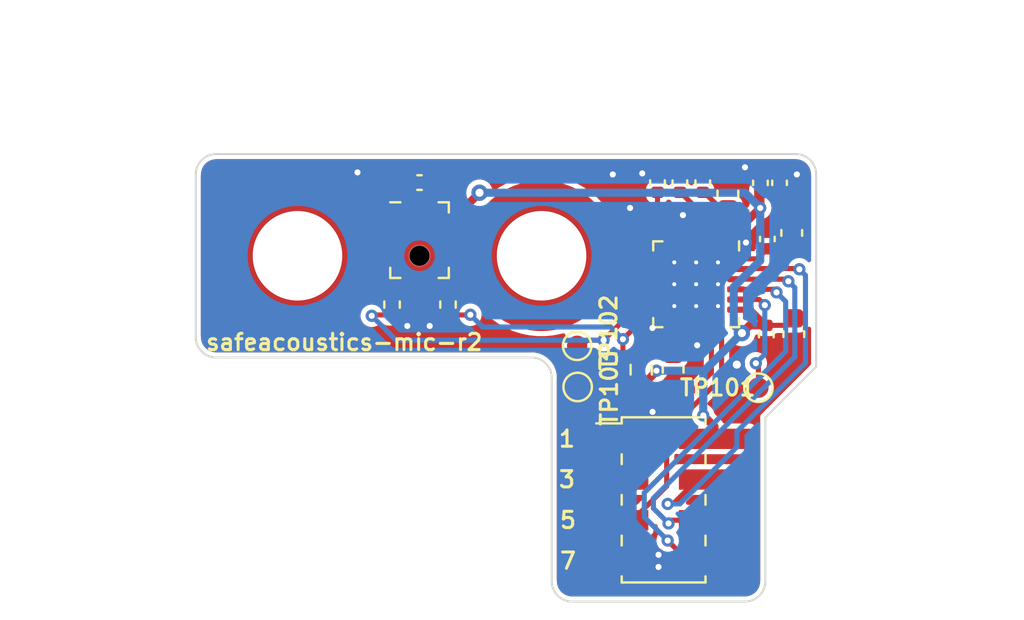
<source format=kicad_pcb>
(kicad_pcb (version 20210228) (generator pcbnew)
  (layers (0 "F.Cu" signal) (31 "B.Cu" signal) (34 "B.Paste" user) (35 "F.Paste" user) (36 "B.SilkS" user "B.Silkscreen") (37 "F.SilkS" user "F.Silkscreen") (38 "B.Mask" user) (39 "F.Mask" user) (44 "Edge.Cuts" user))
  (net 0 "")
  (net 1 "GND")
  (net 2 "Net-(C102-Pad2)")
  (net 3 "+3V3")
  (net 4 "Net-(C103-Pad2)")
  (net 5 "Net-(C104-Pad2)")
  (net 6 "/SHDNZ")
  (net 7 "/SDOUT")
  (net 8 "/SCL")
  (net 9 "/BCLK")
  (net 10 "/SDA")
  (net 11 "/FSYNC")
  (net 12 "Net-(C108-Pad2)")
  (net 13 "Net-(MIC101-Pad1)")
  (net 14 "Net-(MIC101-Pad4)")
  (net 15 "Net-(R101-Pad2)")
  (net 16 "Net-(R102-Pad2)")
  (net 17 "Net-(TP101-Pad1)")
  (footprint "Capacitor_SMD:C_0402_1005Metric" (layer "F.Cu") (at 12.8 -3.6 -90)
    (fp_text reference "C103" hide)
    (fp_text value "1uF")
    (fp_line (start -0.107836 -0.36) (end 0.107836 -0.36) (layer "F.SilkS") (width 0.12))
    (fp_line (start -0.107836 0.36) (end 0.107836 0.36) (layer "F.SilkS") (width 0.12))
    (pad "1" smd roundrect (at -0.48 0 270) (size 0.56 0.62) (layers "F.Cu" "F.Paste" "F.Mask") (net 1 "GND"))
    (pad "2" smd roundrect (at 0.48 0 270) (size 0.56 0.62) (layers "F.Cu" "F.Paste" "F.Mask") (net 4 "Net-(C103-Pad2)"))
  )
  (footprint "Capacitor_SMD:C_0402_1005Metric" (layer "F.Cu") (at 17.1 -0.825 -90)
    (fp_text reference "C109" hide)
    (fp_text value "100nF")
    (fp_line (start -0.107836 -0.36) (end 0.107836 -0.36) (layer "F.SilkS") (width 0.12))
    (fp_line (start -0.107836 0.36) (end 0.107836 0.36) (layer "F.SilkS") (width 0.12))
    (pad "1" smd roundrect (at -0.48 0 270) (size 0.56 0.62) (layers "F.Cu" "F.Paste" "F.Mask") (net 1 "GND"))
    (pad "2" smd roundrect (at 0.48 0 270) (size 0.56 0.62) (layers "F.Cu" "F.Paste" "F.Mask") (net 12 "Net-(C108-Pad2)"))
  )
  (footprint "TestPoint:TestPoint_Pad_D1.0mm" (layer "F.Cu") (at 16.660284 6.485377)
    (fp_text reference "TP101" (at -2 0) (layer "F.SilkS") (effects (font (size 0.8 0.8))))
    (fp_text value "TestPoint")
    (fp_circle (center 0 0) (end 0 0.7) (layer "F.SilkS") (width 0.12) (fill none))
    (pad "1" smd circle (at 0 0) (size 1 1) (layers "F.Cu" "F.Mask") (net 17 "Net-(TP101-Pad1)"))
  )
  (footprint "Capacitor_SMD:C_0603_1608Metric" (layer "F.Cu") (at 15.16 -3.06 -90)
    (fp_text reference "C104" hide)
    (fp_text value "10uF")
    (fp_line (start -0.14058 0.51) (end 0.14058 0.51) (layer "F.SilkS") (width 0.12))
    (fp_line (start -0.14058 -0.51) (end 0.14058 -0.51) (layer "F.SilkS") (width 0.12))
    (pad "1" smd roundrect (at -0.775 0 270) (size 0.9 0.95) (layers "F.Cu" "F.Paste" "F.Mask") (net 1 "GND"))
    (pad "2" smd roundrect (at 0.775 0 270) (size 0.9 0.95) (layers "F.Cu" "F.Paste" "F.Mask") (net 5 "Net-(C104-Pad2)"))
  )
  (footprint "Capacitor_SMD:C_0402_1005Metric" (layer "F.Cu") (at 17.05 3.9 -90)
    (fp_text reference "C111" hide)
    (fp_text value "100nF")
    (fp_line (start -0.107836 -0.36) (end 0.107836 -0.36) (layer "F.SilkS") (width 0.12))
    (fp_line (start -0.107836 0.36) (end 0.107836 0.36) (layer "F.SilkS") (width 0.12))
    (pad "1" smd roundrect (at -0.48 0 270) (size 0.56 0.62) (layers "F.Cu" "F.Paste" "F.Mask") (net 3 "+3V3"))
    (pad "2" smd roundrect (at 0.48 0 270) (size 0.56 0.62) (layers "F.Cu" "F.Paste" "F.Mask") (net 1 "GND"))
  )
  (footprint "TestPoint:TestPoint_Pad_D1.0mm" (layer "F.Cu") (at 7.775 6.45)
    (fp_text reference "TP103" (at 1.55 0.05 90) (layer "F.SilkS") (effects (font (size 0.8 0.8))))
    (fp_text value "TestPoint")
    (fp_circle (center 0 0) (end 0 0.7) (layer "F.SilkS") (width 0.12) (fill none))
    (pad "1" smd circle (at 0 0) (size 1 1) (layers "F.Cu" "F.Mask") (net 16 "Net-(R102-Pad2)"))
  )
  (footprint "Capacitor_SMD:C_0603_1608Metric" (layer "F.Cu") (at 18.4 3.85 -90)
    (fp_text reference "C110" hide)
    (fp_text value "10uF")
    (fp_line (start -0.14058 -0.51) (end 0.14058 -0.51) (layer "F.SilkS") (width 0.12))
    (fp_line (start -0.14058 0.51) (end 0.14058 0.51) (layer "F.SilkS") (width 0.12))
    (pad "1" smd roundrect (at -0.775 0 270) (size 0.9 0.95) (layers "F.Cu" "F.Paste" "F.Mask") (net 3 "+3V3"))
    (pad "2" smd roundrect (at 0.775 0 270) (size 0.9 0.95) (layers "F.Cu" "F.Paste" "F.Mask") (net 1 "GND"))
  )
  (footprint "Capacitor_SMD:C_0603_1608Metric" (layer "F.Cu") (at 12.468745 5.6 90)
    (fp_text reference "C112" hide)
    (fp_text value "10uF")
    (fp_line (start -0.14058 -0.51) (end 0.14058 -0.51) (layer "F.SilkS") (width 0.12))
    (fp_line (start -0.14058 0.51) (end 0.14058 0.51) (layer "F.SilkS") (width 0.12))
    (pad "1" smd roundrect (at -0.775 0 90) (size 0.9 0.95) (layers "F.Cu" "F.Paste" "F.Mask") (net 1 "GND"))
    (pad "2" smd roundrect (at 0.775 0 90) (size 0.9 0.95) (layers "F.Cu" "F.Paste" "F.Mask") (net 6 "/SHDNZ"))
  )
  (footprint "Capacitor_SMD:C_0402_1005Metric" (layer "F.Cu") (at 16.76 -3.585 -90)
    (fp_text reference "C107" hide)
    (fp_text value "100nF")
    (fp_line (start -0.107836 0.36) (end 0.107836 0.36) (layer "F.SilkS") (width 0.12))
    (fp_line (start -0.107836 -0.36) (end 0.107836 -0.36) (layer "F.SilkS") (width 0.12))
    (pad "1" smd roundrect (at -0.48 0 270) (size 0.56 0.62) (layers "F.Cu" "F.Paste" "F.Mask") (net 1 "GND"))
    (pad "2" smd roundrect (at 0.48 0 270) (size 0.56 0.62) (layers "F.Cu" "F.Paste" "F.Mask") (net 3 "+3V3"))
  )
  (footprint "jeffmakes-footprints:wurth-spacer-WA-SMSI-9774070360R" (layer "F.Cu") (at 6 0)
    (fp_text reference "H102" hide)
    (fp_text value "wurth-spacer-WA-SMSI-9774070360")
    (pad "" np_thru_hole circle (at 0 0) (size 7.4 7.4) (drill 4.4) (layers "F.Cu" "F.Mask"))
  )
  (footprint "Resistor_SMD:R_0402_1005Metric" (layer "F.Cu") (at 1.4 2.4 -90)
    (fp_text reference "R102" hide)
    (fp_text value "22R")
    (fp_line (start -0.153641 0.38) (end 0.153641 0.38) (layer "F.SilkS") (width 0.12))
    (fp_line (start -0.153641 -0.38) (end 0.153641 -0.38) (layer "F.SilkS") (width 0.12))
    (pad "1" smd roundrect (at -0.51 0 270) (size 0.54 0.64) (layers "F.Cu" "F.Paste" "F.Mask") (net 14 "Net-(MIC101-Pad4)"))
    (pad "2" smd roundrect (at 0.51 0 270) (size 0.54 0.64) (layers "F.Cu" "F.Paste" "F.Mask") (net 16 "Net-(R102-Pad2)"))
  )
  (footprint "jeffmakes-footprints:PinHeader_2x04_P2.00mm_Vertical_SMD_AMPMODU" (layer "F.Cu") (at 12 12)
    (fp_text reference "J101" hide)
    (fp_text value "2842142-4")
    (fp_line (start -2.06 -4.06) (end -2.06 -3.76) (layer "F.SilkS") (width 0.12))
    (fp_line (start -2.06 -2.24) (end -2.06 -1.76) (layer "F.SilkS") (width 0.12))
    (fp_line (start -2.06 1.76) (end -2.06 2.24) (layer "F.SilkS") (width 0.12))
    (fp_line (start -2.06 4.06) (end 2.06 4.06) (layer "F.SilkS") (width 0.12))
    (fp_line (start 2.06 -2.24) (end 2.06 -1.76) (layer "F.SilkS") (width 0.12))
    (fp_line (start -2.06 3.76) (end -2.06 4.06) (layer "F.SilkS") (width 0.12))
    (fp_line (start -3.315 -3.76) (end -2.06 -3.76) (layer "F.SilkS") (width 0.12))
    (fp_line (start -2.06 -4.06) (end 2.06 -4.06) (layer "F.SilkS") (width 0.12))
    (fp_line (start 2.06 1.76) (end 2.06 2.24) (layer "F.SilkS") (width 0.12))
    (fp_line (start 2.06 -0.24) (end 2.06 0.24) (layer "F.SilkS") (width 0.12))
    (fp_line (start -2.06 -0.24) (end -2.06 0.24) (layer "F.SilkS") (width 0.12))
    (fp_line (start 2.06 -4.06) (end 2.06 -3.76) (layer "F.SilkS") (width 0.12))
    (fp_line (start 2.06 3.76) (end 2.06 4.06) (layer "F.SilkS") (width 0.12))
    (pad "1" smd rect (at -2.5 -3) (size 3.5 1) (layers "F.Cu" "F.Paste" "F.Mask") (net 6 "/SHDNZ"))
    (pad "2" smd rect (at 2.5 -3) (size 3.5 1) (layers "F.Cu" "F.Paste" "F.Mask") (net 3 "+3V3"))
    (pad "3" smd rect (at -2.5 -1) (size 3.5 1) (layers "F.Cu" "F.Paste" "F.Mask") (net 8 "/SCL"))
    (pad "4" smd rect (at 2.5 -1) (size 3.5 1) (layers "F.Cu" "F.Paste" "F.Mask") (net 11 "/FSYNC"))
    (pad "5" smd rect (at -2.5 1) (size 3.5 1) (layers "F.Cu" "F.Paste" "F.Mask") (net 10 "/SDA"))
    (pad "6" smd rect (at 2.5 1) (size 3.5 1) (layers "F.Cu" "F.Paste" "F.Mask") (net 9 "/BCLK"))
    (pad "7" smd rect (at -2.5 3) (size 3.5 1) (layers "F.Cu" "F.Paste" "F.Mask") (net 1 "GND"))
    (pad "8" smd rect (at 2.5 3) (size 3.5 1) (layers "F.Cu" "F.Paste" "F.Mask") (net 7 "/SDOUT"))
  )
  (footprint "Resistor_SMD:R_0402_1005Metric" (layer "F.Cu") (at -1.35 2.4 -90)
    (fp_text reference "R101" hide)
    (fp_text value "22R")
    (fp_line (start -0.153641 -0.38) (end 0.153641 -0.38) (layer "F.SilkS") (width 0.12))
    (fp_line (start -0.153641 0.38) (end 0.153641 0.38) (layer "F.SilkS") (width 0.12))
    (pad "1" smd roundrect (at -0.51 0 270) (size 0.54 0.64) (layers "F.Cu" "F.Paste" "F.Mask") (net 13 "Net-(MIC101-Pad1)"))
    (pad "2" smd roundrect (at 0.51 0 270) (size 0.54 0.64) (layers "F.Cu" "F.Paste" "F.Mask") (net 15 "Net-(R101-Pad2)"))
  )
  (footprint "Package_DFN_QFN:QFN-24-1EP_4x4mm_P0.5mm_EP2.65x2.65mm_ThermalVias" (layer "F.Cu") (at 13.6 1.4 -90)
    (fp_text reference "U101" hide)
    (fp_text value "PCMD3180")
    (fp_line (start 1.66 2.11) (end 2.11 2.11) (layer "F.SilkS") (width 0.12))
    (fp_line (start 1.66 -2.11) (end 2.11 -2.11) (layer "F.SilkS") (width 0.12))
    (fp_line (start -1.66 -2.11) (end -2.11 -2.11) (layer "F.SilkS") (width 0.12))
    (fp_line (start 2.11 -2.11) (end 2.11 -1.66) (layer "F.SilkS") (width 0.12))
    (fp_line (start -2.11 2.11) (end -2.11 1.66) (layer "F.SilkS") (width 0.12))
    (fp_line (start -1.66 2.11) (end -2.11 2.11) (layer "F.SilkS") (width 0.12))
    (fp_line (start 2.11 2.11) (end 2.11 1.66) (layer "F.SilkS") (width 0.12))
    (pad "1" smd roundrect (at -1.95 -1.25 270) (size 0.85 0.3) (layers "F.Cu" "F.Paste" "F.Mask") (net 3 "+3V3"))
    (pad "2" smd roundrect (at -1.95 -0.75 270) (size 0.85 0.3) (layers "F.Cu" "F.Paste" "F.Mask") (net 5 "Net-(C104-Pad2)"))
    (pad "3" smd roundrect (at -1.95 -0.25 270) (size 0.85 0.3) (layers "F.Cu" "F.Paste" "F.Mask") (net 4 "Net-(C103-Pad2)"))
    (pad "4" smd roundrect (at -1.95 0.25 270) (size 0.85 0.3) (layers "F.Cu" "F.Paste" "F.Mask") (net 1 "GND"))
    (pad "5" smd roundrect (at -1.95 0.75 270) (size 0.85 0.3) (layers "F.Cu" "F.Paste" "F.Mask") (net 2 "Net-(C102-Pad2)"))
    (pad "6" smd roundrect (at -1.95 1.25 270) (size 0.85 0.3) (layers "F.Cu" "F.Paste" "F.Mask") (net 15 "Net-(R101-Pad2)"))
    (pad "7" smd roundrect (at -1.25 1.95 270) (size 0.3 0.85) (layers "F.Cu" "F.Paste" "F.Mask") (net 16 "Net-(R102-Pad2)"))
    (pad "8" smd roundrect (at -0.75 1.95 270) (size 0.3 0.85) (layers "F.Cu" "F.Paste" "F.Mask") (net 1 "GND"))
    (pad "9" smd roundrect (at -0.25 1.95 270) (size 0.3 0.85) (layers "F.Cu" "F.Paste" "F.Mask"))
    (pad "10" smd roundrect (at 0.25 1.95 270) (size 0.3 0.85) (layers "F.Cu" "F.Paste" "F.Mask") (net 1 "GND"))
    (pad "11" smd roundrect (at 0.75 1.95 270) (size 0.3 0.85) (layers "F.Cu" "F.Paste" "F.Mask"))
    (pad "12" smd roundrect (at 1.25 1.95 270) (size 0.3 0.85) (layers "F.Cu" "F.Paste" "F.Mask") (net 1 "GND"))
    (pad "13" smd roundrect (at 1.95 1.25 270) (size 0.85 0.3) (layers "F.Cu" "F.Paste" "F.Mask"))
    (pad "14" smd roundrect (at 1.95 0.75 270) (size 0.85 0.3) (layers "F.Cu" "F.Paste" "F.Mask") (net 6 "/SHDNZ"))
    (pad "15" smd roundrect (at 1.95 0.25 270) (size 0.85 0.3) (layers "F.Cu" "F.Paste" "F.Mask") (net 1 "GND"))
    (pad "16" smd roundrect (at 1.95 -0.25 270) (size 0.85 0.3) (layers "F.Cu" "F.Paste" "F.Mask") (net 1 "GND"))
    (pad "17" smd roundrect (at 1.95 -0.75 270) (size 0.85 0.3) (layers "F.Cu" "F.Paste" "F.Mask") (net 8 "/SCL"))
    (pad "18" smd roundrect (at 1.95 -1.25 270) (size 0.85 0.3) (layers "F.Cu" "F.Paste" "F.Mask") (net 10 "/SDA"))
    (pad "19" smd roundrect (at 1.25 -1.95 270) (size 0.3 0.85) (layers "F.Cu" "F.Paste" "F.Mask") (net 3 "+3V3"))
    (pad "20" smd roundrect (at 0.75 -1.95 270) (size 0.3 0.85) (layers "F.Cu" "F.Paste" "F.Mask") (net 17 "Net-(TP101-Pad1)"))
    (pad "21" smd roundrect (at 0.25 -1.95 270) (size 0.3 0.85) (layers "F.Cu" "F.Paste" "F.Mask") (net 7 "/SDOUT"))
    (pad "22" smd roundrect (at -0.25 -1.95 270) (size 0.3 0.85) (layers "F.Cu" "F.Paste" "F.Mask") (net 9 "/BCLK"))
    (pad "23" smd roundrect (at -0.75 -1.95 270) (size 0.3 0.85) (layers "F.Cu" "F.Paste" "F.Mask") (net 11 "/FSYNC"))
    (pad "24" smd roundrect (at -1.25 -1.95 270) (size 0.3 0.85) (layers "F.Cu" "F.Paste" "F.Mask") (net 12 "Net-(C108-Pad2)"))
    (pad "25" thru_hole circle (at 1.075 0 270) (size 0.5 0.5) (drill 0.2) (layers *.Cu) (net 1 "GND"))
    (pad "25" thru_hole circle (at 0 0 270) (size 0.5 0.5) (drill 0.2) (layers *.Cu) (net 1 "GND"))
    (pad "25" thru_hole circle (at 0 1.075 270) (size 0.5 0.5) (drill 0.2) (layers *.Cu) (net 1 "GND"))
    (pad "25" smd rect (at 0 0 270) (size 2.65 2.65) (layers "F.Cu" "F.Mask") (net 1 "GND"))
    (pad "25" thru_hole circle (at 1.075 1.075 270) (size 0.5 0.5) (drill 0.2) (layers *.Cu) (net 1 "GND"))
    (pad "25" thru_hole circle (at -1.075 0 270) (size 0.5 0.5) (drill 0.2) (layers *.Cu) (net 1 "GND"))
    (pad "25" thru_hole circle (at -1.075 -1.075 270) (size 0.5 0.5) (drill 0.2) (layers *.Cu) (net 1 "GND"))
    (pad "25" thru_hole circle (at -1.075 1.075 270) (size 0.5 0.5) (drill 0.2) (layers *.Cu) (net 1 "GND"))
    (pad "25" thru_hole circle (at 1.075 -1.075 270) (size 0.5 0.5) (drill 0.2) (layers *.Cu) (net 1 "GND"))
    (pad "25" smd rect (at 0 0 270) (size 2.65 2.65) (layers "B.Cu") (net 1 "GND"))
    (pad "25" thru_hole circle (at 0 -1.075 270) (size 0.5 0.5) (drill 0.2) (layers *.Cu) (net 1 "GND"))
  )
  (footprint "jeffmakes-footprints:wurth-spacer-WA-SMSI-9774070360R" (layer "F.Cu") (at -6 0)
    (fp_text reference "H101" hide)
    (fp_text value "wurth-spacer-WA-SMSI-9774070360")
    (pad "" np_thru_hole circle (at 0 0) (size 7.4 7.4) (drill 4.4) (layers "F.Cu" "F.Mask"))
  )
  (footprint "Capacitor_SMD:C_0402_1005Metric" (layer "F.Cu") (at 17.7 -3.585 -90)
    (fp_text reference "C106" hide)
    (fp_text value "1uF")
    (fp_line (start -0.107836 0.36) (end 0.107836 0.36) (layer "F.SilkS") (width 0.12))
    (fp_line (start -0.107836 -0.36) (end 0.107836 -0.36) (layer "F.SilkS") (width 0.12))
    (pad "1" smd roundrect (at -0.48 0 270) (size 0.56 0.62) (layers "F.Cu" "F.Paste" "F.Mask") (net 1 "GND"))
    (pad "2" smd roundrect (at 0.48 0 270) (size 0.56 0.62) (layers "F.Cu" "F.Paste" "F.Mask") (net 3 "+3V3"))
  )
  (footprint "Capacitor_SMD:C_0402_1005Metric" (layer "F.Cu") (at 11.7 -3.6 -90)
    (fp_text reference "C102" hide)
    (fp_text value "1uF")
    (fp_line (start -0.107836 0.36) (end 0.107836 0.36) (layer "F.SilkS") (width 0.12))
    (fp_line (start -0.107836 -0.36) (end 0.107836 -0.36) (layer "F.SilkS") (width 0.12))
    (pad "1" smd roundrect (at -0.48 0 270) (size 0.56 0.62) (layers "F.Cu" "F.Paste" "F.Mask") (net 1 "GND"))
    (pad "2" smd roundrect (at 0.48 0 270) (size 0.56 0.62) (layers "F.Cu" "F.Paste" "F.Mask") (net 2 "Net-(C102-Pad2)"))
  )
  (footprint "Sensor_Audio:Knowles_LGA-5_3.5x2.65mm" (layer "F.Cu") (at 0 -0.77)
    (fp_text reference "MIC101" hide)
    (fp_text value "SPH0641LU4H-1")
    (fp_line (start -0.94 -1.86) (end -1.44 -1.86) (layer "F.SilkS") (width 0.12))
    (fp_line (start 1.44 1.36) (end 1.44 1.86) (layer "F.SilkS") (width 0.12))
    (fp_line (start 1.44 -1.86) (end 1.44 -1.36) (layer "F.SilkS") (width 0.12))
    (fp_line (start 1.44 1.86) (end 0.94 1.86) (layer "F.SilkS") (width 0.12))
    (fp_line (start -0.94 1.86) (end -1.44 1.86) (layer "F.SilkS") (width 0.12))
    (fp_line (start -1.44 1.36) (end -1.44 1.86) (layer "F.SilkS") (width 0.12))
    (fp_line (start 1.44 -1.86) (end 0.94 -1.86) (layer "F.SilkS") (width 0.12))
    (pad "" np_thru_hole circle (at 0 0.77) (size 1 1) (drill 1) (layers "Dwgs.User"))
    (pad "1" smd rect (at -0.8375 -1.304) (size 0.725 0.522) (layers "F.Cu" "F.Paste" "F.Mask") (net 13 "Net-(MIC101-Pad1)"))
    (pad "2" smd rect (at -0.8375 -0.482) (size 0.725 0.522) (layers "F.Cu" "F.Paste" "F.Mask") (net 3 "+3V3"))
    (pad "3" smd custom (at 0 1.4325) (size 0.3 0.3) (layers "F.Cu" "F.Mask") (net 1 "GND") (options (clearance outline) (anchor circle)) (primitives (gr_circle (center 0 -0.6625) (end 0.6625 -0.6625) (width 0.3))))
    (pad "4" smd rect (at 0.8375 -0.482) (size 0.725 0.522) (layers "F.Cu" "F.Paste" "F.Mask") (net 14 "Net-(MIC101-Pad4)"))
    (pad "5" smd rect (at 0.8375 -1.304) (size 0.725 0.522) (layers "F.Cu" "F.Paste" "F.Mask") (net 3 "+3V3"))
  )
  (footprint "Resistor_SMD:R_0603_1608Metric" (layer "F.Cu") (at 10.9 5.6 -90)
    (fp_text reference "R103" hide)
    (fp_text value "10k")
    (fp_line (start -0.237258 0.5225) (end 0.237258 0.5225) (layer "F.SilkS") (width 0.12))
    (fp_line (start -0.237258 -0.5225) (end 0.237258 -0.5225) (layer "F.SilkS") (width 0.12))
    (pad "1" smd roundrect (at -0.825 0 270) (size 0.8 0.95) (layers "F.Cu" "F.Paste" "F.Mask") (net 6 "/SHDNZ"))
    (pad "2" smd roundrect (at 0.825 0 270) (size 0.8 0.95) (layers "F.Cu" "F.Paste" "F.Mask") (net 3 "+3V3"))
  )
  (footprint "TestPoint:TestPoint_Pad_D1.0mm" (layer "F.Cu") (at 7.75 4.425)
    (fp_text reference "TP102" (at 1.55 -0.65 90) (layer "F.SilkS") (effects (font (size 0.8 0.8))))
    (fp_text value "TestPoint")
    (fp_circle (center 0 0) (end 0 0.7) (layer "F.SilkS") (width 0.12) (fill none))
    (pad "1" smd circle (at 0 0) (size 1 1) (layers "F.Cu" "F.Mask") (net 15 "Net-(R101-Pad2)"))
  )
  (footprint "Capacitor_SMD:C_0603_1608Metric" (layer "F.Cu") (at 18.3 -1.125 -90)
    (fp_text reference "C108" hide)
    (fp_text value "10uF")
    (fp_line (start -0.14058 0.51) (end 0.14058 0.51) (layer "F.SilkS") (width 0.12))
    (fp_line (start -0.14058 -0.51) (end 0.14058 -0.51) (layer "F.SilkS") (width 0.12))
    (pad "1" smd roundrect (at -0.775 0 270) (size 0.9 0.95) (layers "F.Cu" "F.Paste" "F.Mask") (net 1 "GND"))
    (pad "2" smd roundrect (at 0.775 0 270) (size 0.9 0.95) (layers "F.Cu" "F.Paste" "F.Mask") (net 12 "Net-(C108-Pad2)"))
  )
  (footprint "Capacitor_SMD:C_0402_1005Metric" (layer "F.Cu") (at 13.925 -3.6 -90)
    (fp_text reference "C105" hide)
    (fp_text value "100nF")
    (fp_line (start -0.107836 0.36) (end 0.107836 0.36) (layer "F.SilkS") (width 0.12))
    (fp_line (start -0.107836 -0.36) (end 0.107836 -0.36) (layer "F.SilkS") (width 0.12))
    (pad "1" smd roundrect (at -0.48 0 270) (size 0.56 0.62) (layers "F.Cu" "F.Paste" "F.Mask") (net 1 "GND"))
    (pad "2" smd roundrect (at 0.48 0 270) (size 0.56 0.62) (layers "F.Cu" "F.Paste" "F.Mask") (net 5 "Net-(C104-Pad2)"))
  )
  (footprint "Capacitor_SMD:C_0402_1005Metric" (layer "F.Cu") (at 0 -3.6 180)
    (fp_text reference "C101" hide)
    (fp_text value "100nF")
    (fp_line (start -0.107836 -0.36) (end 0.107836 -0.36) (layer "F.SilkS") (width 0.12))
    (fp_line (start -0.107836 0.36) (end 0.107836 0.36) (layer "F.SilkS") (width 0.12))
    (pad "1" smd roundrect (at -0.48 0 180) (size 0.56 0.62) (layers "F.Cu" "F.Paste" "F.Mask") (net 3 "+3V3"))
    (pad "2" smd roundrect (at 0.48 0 180) (size 0.56 0.62) (layers "F.Cu" "F.Paste" "F.Mask") (net 1 "GND"))
  )
  (gr_arc (start -10.000003 -4) (end -11 -4) (angle 90) (layer "Edge.Cuts") (width 0.1))
  (gr_line (start 5.5 5) (end -10 5) (layer "Edge.Cuts") (width 0.1))
  (gr_arc (start 7.5 16.000003) (end 7.5 17) (angle 90) (layer "Edge.Cuts") (width 0.1))
  (gr_arc (start 16.000003 16) (end 17 16) (angle 90) (layer "Edge.Cuts") (width 0.1))
  (gr_line (start 19.5 5.45) (end 17 7.95) (layer "Edge.Cuts") (width 0.1))
  (gr_line (start -10 -5) (end 18.5 -5) (layer "Edge.Cuts") (width 0.1))
  (gr_line (start 17 7.95) (end 17 16) (layer "Edge.Cuts") (width 0.1))
  (gr_arc (start 5.5 5.999997) (end 5.5 5) (angle 90) (layer "Edge.Cuts") (width 0.1))
  (gr_line (start 6.5 16) (end 6.5 6) (layer "Edge.Cuts") (width 0.1))
  (gr_line (start 16 17) (end 7.5 17) (layer "Edge.Cuts") (width 0.1))
  (gr_arc (start 18.5 -4.000003) (end 18.5 -5) (angle 90) (layer "Edge.Cuts") (width 0.1))
  (gr_arc (start -10 4.000003) (end -10 5) (angle 90) (layer "Edge.Cuts") (width 0.1))
  (gr_line (start 19.5 -4) (end 19.5 5.45) (layer "Edge.Cuts") (width 0.1))
  (gr_line (start -11 4) (end -11 -4) (layer "Edge.Cuts") (width 0.1))
  (gr_text "5" (at 7.3 13) (layer "F.SilkS") (effects (font (size 0.8 0.8))))
  (gr_text "7" (at 7.3 15) (layer "F.SilkS") (effects (font (size 0.8 0.8))))
  (gr_text "safeacoustics-mic-r2" (at -3.7 4.25) (layer "F.SilkS") (effects (font (size 0.8 0.8))))
  (gr_text "3" (at 7.25 11) (layer "F.SilkS") (effects (font (size 0.8 0.8))))
  (gr_text "1" (at 7.25 9) (layer "F.SilkS") (effects (font (size 0.8 0.8))))
  (segment (start 11.15 0.659298) (end 10.9 0.909298) (width 0.25) (layer "F.Cu") (net 1))
  (segment (start 0 0.6625) (end 0 1.4) (width 0.25) (layer "F.Cu") (net 1))
  (segment (start 11.15 0.65) (end 11.15 0.659298) (width 0.25) (layer "F.Cu") (net 1))
  (segment (start 13.35 -0.55) (end 13.35 -1.6) (width 0.25) (layer "F.Cu") (net 1))
  (segment (start 13.35 3.35) (end 13.35 3.85) (width 0.25) (layer "F.Cu") (net 1))
  (segment (start 10.9 1.6) (end 10.9 2.6) (width 0.25) (layer "F.Cu") (net 1))
  (segment (start 10.9 2.6) (end 10.9 3) (width 0.25) (layer "F.Cu") (net 1))
  (segment (start 0 1.4) (end 0 1.85) (width 0.25) (layer "F.Cu") (net 1))
  (segment (start 11.65 1.65) (end 11.1 1.65) (width 0.25) (layer "F.Cu") (net 1))
  (segment (start 10.9 3) (end 11.45 3.55) (width 0.25) (layer "F.Cu") (net 1))
  (segment (start 13.35 -1.6) (end 12.95 -2) (width 0.25) (layer "F.Cu") (net 1))
  (segment (start 10.95 2.65) (end 10.9 2.6) (width 0.25) (layer "F.Cu") (net 1))
  (segment (start 10.9 0.909298) (end 10.9 1.6) (width 0.25) (layer "F.Cu") (net 1))
  (segment (start 10.95 1.65) (end 10.9 1.6) (width 0.25) (layer "F.Cu") (net 1))
  (segment (start 11.65 1.65) (end 10.95 1.65) (width 0.25) (layer "F.Cu") (net 1))
  (segment (start 11.65 0.65) (end 11.15 0.65) (width 0.25) (layer "F.Cu") (net 1))
  (segment (start 11.65 2.65) (end 10.95 2.65) (width 0.25) (layer "F.Cu") (net 1))
  (segment (start 11.65 2.65) (end 11.1 2.65) (width 0.25) (layer "F.Cu") (net 1))
  (segment (start -0.662569 0) (end -1.2 0) (width 0.25) (layer "F.Cu") (net 1))
  (segment (start 13.85 3.35) (end 13.85 3.85) (width 0.25) (layer "F.Cu") (net 1))
  (segment (start 11.65 0.65) (end 11.1 0.65) (width 0.25) (layer "F.Cu") (net 1))
  (via (at -0.6 3.45) (size 0.6) (drill 0.3) (layers "F.Cu" "B.Cu") (net 1))
  (via (at 15.6 5.35) (size 0.8) (drill 0.4) (layers "F.Cu" "B.Cu") (net 1))
  (via (at 0.5 3.45) (size 0.6) (drill 0.3) (layers "F.Cu" "B.Cu") (net 1))
  (via (at 11.75 14.7) (size 0.6) (drill 0.3) (layers "F.Cu" "B.Cu") (net 1))
  (via (at 13.65 4.4) (size 0.6) (drill 0.3) (layers "F.Cu" "B.Cu") (net 1))
  (via (at 12.95 -2) (size 0.6) (drill 0.3) (layers "F.Cu" "B.Cu") (net 1))
  (via (at 11.75 15.3) (size 0.6) (drill 0.3) (layers "F.Cu" "B.Cu") (net 1))
  (via (at 16 -4.35) (size 0.6) (drill 0.3) (layers "F.Cu" "B.Cu") (net 1))
  (via (at 10.35 -2.35) (size 0.6) (drill 0.3) (layers "F.Cu" "B.Cu") (net 1))
  (via (at -3.05 -4.1) (size 0.6) (drill 0.3) (layers "F.Cu" "B.Cu") (net 1))
  (via (at 16.04999 -0.65) (size 0.6) (drill 0.3) (layers "F.Cu" "B.Cu") (net 1))
  (via (at 18.55 -4) (size 0.6) (drill 0.3) (layers "F.Cu" "B.Cu") (net 1))
  (via (at 11.455944 7.673746) (size 0.6) (drill 0.3) (layers "F.Cu" "B.Cu") (net 1))
  (via (at 9.5 -4) (size 0.6) (drill 0.3) (layers "F.Cu" "B.Cu") (net 1))
  (via (at 11.45 3.55) (size 0.6) (drill 0.3) (layers "F.Cu" "B.Cu") (net 1))
  (via (at 10.95 -4.05) (size 0.6) (drill 0.3) (layers "F.Cu" "B.Cu") (net 1))
  (segment (start 12.85 -1.1) (end 12.85 -0.55) (width 0.25) (layer "F.Cu") (net 2))
  (segment (start 11.7 -3.12) (end 11.7 -2.25) (width 0.25) (layer "F.Cu") (net 2))
  (segment (start 11.7 -2.25) (end 12.85 -1.1) (width 0.25) (layer "F.Cu") (net 2))
  (segment (start 14.5 8.4) (end 13.95 7.85) (width 0.4) (layer "F.Cu") (net 3))
  (segment (start 15.9 2.65) (end 16.28 2.65) (width 0.3) (layer "F.Cu") (net 3))
  (segment (start 0.8375 -2.074) (end 1.924 -2.074) (width 0.4) (layer "F.Cu") (net 3))
  (segment (start 15.55 2.65) (end 15.9 2.65) (width 0.25) (layer "F.Cu") (net 3))
  (segment (start 10.9 6.418421) (end 10.825 6.493421) (width 0.25) (layer "F.Cu") (net 3))
  (segment (start 1.924 -2.074) (end 2.95 -3.1) (width 0.4) (layer "F.Cu") (net 3))
  (segment (start 16.23 3.42) (end 15.85 3.8) (width 0.4) (layer "F.Cu") (net 3))
  (segment (start -0.371002 -1.252) (end 0.450998 -2.074) (width 0.25) (layer "F.Cu") (net 3))
  (segment (start 11.181579 6.418421) (end 10.9 6.418421) (width 0.4) (layer "F.Cu") (net 3))
  (segment (start 16.76 -3.105) (end 17.66 -3.105) (width 0.4) (layer "F.Cu") (net 3))
  (segment (start 0.450998 -2.074) (end 0.8375 -2.074) (width 0.25) (layer "F.Cu") (net 3))
  (segment (start 17.05 3.42) (end 16.23 3.42) (width 0.4) (layer "F.Cu") (net 3))
  (segment (start 16.28 2.65) (end 17.05 3.42) (width 0.3) (layer "F.Cu") (net 3))
  (segment (start -0.8375 -1.252) (end -0.371002 -1.252) (width 0.25) (layer "F.Cu") (net 3))
  (segment (start 17.05 3.42) (end 18.055 3.42) (width 0.25) (layer "F.Cu") (net 3))
  (segment (start 18.055 3.42) (end 18.4 3.075) (width 0.25) (layer "F.Cu") (net 3))
  (segment (start 15.7 -1.3) (end 16.75 -2.35) (width 0.4) (layer "F.Cu") (net 3))
  (segment (start 14.5 9) (end 14.5 8.4) (width 0.4) (layer "F.Cu") (net 3))
  (segment (start 16.76 -2.36) (end 16.76 -3.105) (width 0.4) (layer "F.Cu") (net 3))
  (segment (start 14.85 -0.55) (end 14.85 -1.05) (width 0.3) (layer "F.Cu") (net 3))
  (segment (start 15.7 -1.3) (end 15.1 -1.3) (width 0.4) (layer "F.Cu") (net 3))
  (segment (start 0.8375 -3.2425) (end 0.48 -3.6) (width 0.25) (layer "F.Cu") (net 3))
  (segment (start 11.65 5.675) (end 10.9 6.425) (width 0.4) (layer "F.Cu") (net 3))
  (segment (start 0.8375 -2.074) (end 0.8375 -3.2425) (width 0.25) (layer "F.Cu") (net 3))
  (segment (start 10.825 6.493421) (end 10.825 6.725) (width 0.25) (layer "F.Cu") (net 3))
  (segment (start 16.75 -2.35) (end 16.76 -2.36) (width 0.4) (layer "F.Cu") (net 3))
  (segment (start 14.85 -1.05) (end 15.1 -1.3) (width 0.3) (layer "F.Cu") (net 3))
  (segment (start 11.65 5.65) (end 11.65 5.675) (width 0.4) (layer "F.Cu") (net 3))
  (via (at 16.75 -2.35) (size 0.6) (drill 0.3) (layers "F.Cu" "B.Cu") (net 3))
  (via (at 13.95 7.85) (size 0.6) (drill 0.3) (layers "F.Cu" "B.Cu") (net 3))
  (via (at 2.95 -3.1) (size 0.8) (drill 0.4) (layers "F.Cu" "B.Cu") (net 3))
  (via (at 15.85 3.8) (size 0.8) (drill 0.4) (layers "F.Cu" "B.Cu") (net 3))
  (via (at 11.65 5.65) (size 0.6) (drill 0.3) (layers "F.Cu" "B.Cu") (net 3))
  (segment (start 16.75 0.2343) (end 16.75 -2.35) (width 0.4) (layer "B.Cu") (net 3))
  (segment (start 11.65 5.65) (end 14 5.65) (width 0.4) (layer "B.Cu") (net 3))
  (segment (start 16 -3.1) (end 2.95 -3.1) (width 0.4) (layer "B.Cu") (net 3))
  (segment (start 15.45 1.5343) (end 16.75 0.2343) (width 0.4) (layer "B.Cu") (net 3))
  (segment (start 13.95 5.7) (end 14 5.65) (width 0.4) (layer "B.Cu") (net 3))
  (segment (start 13.95 7.85) (end 13.95 5.7) (width 0.4) (layer "B.Cu") (net 3))
  (segment (start 15.45 3.4) (end 15.45 1.5343) (width 0.4) (layer "B.Cu") (net 3))
  (segment (start 16.75 -2.35) (end 16 -3.1) (width 0.4) (layer "B.Cu") (net 3))
  (segment (start 14 5.65) (end 15.85 3.8) (width 0.4) (layer "B.Cu") (net 3))
  (segment (start 15.85 3.8) (end 15.45 3.4) (width 0.4) (layer "B.Cu") (net 3))
  (segment (start 13.85 -0.55) (end 13.85 -2.101188) (width 0.25) (layer "F.Cu") (net 4))
  (segment (start 12.831188 -3.12) (end 12.8 -3.12) (width 0.25) (layer "F.Cu") (net 4))
  (segment (start 13.85 -2.101188) (end 12.831188 -3.12) (width 0.25) (layer "F.Cu") (net 4))
  (segment (start 14.35 -1.475) (end 15.16 -2.285) (width 0.25) (layer "F.Cu") (net 5))
  (segment (start 14.835 -2.285) (end 14 -3.12) (width 0.25) (layer "F.Cu") (net 5))
  (segment (start 15.16 -2.285) (end 14.835 -2.285) (width 0.25) (layer "F.Cu") (net 5))
  (segment (start 14.35 -0.55) (end 14.35 -1.475) (width 0.25) (layer "F.Cu") (net 5))
  (segment (start 8.75 8.875) (end 8.875 9) (width 0.25) (layer "F.Cu") (net 6))
  (segment (start 8.75 6.8) (end 9.85 5.7) (width 0.25) (layer "F.Cu") (net 6))
  (segment (start 10.977801 4.846222) (end 10.9 4.768421) (width 0.25) (layer "F.Cu") (net 6))
  (segment (start 12.85 4.464967) (end 12.468745 4.846222) (width 0.25) (layer "F.Cu") (net 6))
  (segment (start 10.9 4.768421) (end 10.781579 4.768421) (width 0.25) (layer "F.Cu") (net 6))
  (segment (start 8.75 7.4) (end 8.75 6.8) (width 0.25) (layer "F.Cu") (net 6))
  (segment (start 12.468745 4.846222) (end 10.977801 4.846222) (width 0.25) (layer "F.Cu") (net 6))
  (segment (start 8.75 7.4) (end 8.75 8.875) (width 0.25) (layer "F.Cu") (net 6))
  (segment (start 10.781579 4.768421) (end 9.85 5.7) (width 0.25) (layer "F.Cu") (net 6))
  (segment (start 12.85 3.35) (end 12.85 4.464967) (width 0.25) (layer "F.Cu") (net 6))
  (segment (start 14.5 15) (end 13.2 15) (width 0.25) (layer "F.Cu") (net 7))
  (segment (start 15.55 1.65) (end 17.4 1.65) (width 0.25) (layer "F.Cu") (net 7))
  (segment (start 13.2 15) (end 12.2 14) (width 0.25) (layer "F.Cu") (net 7))
  (segment (start 17.4 1.65) (end 17.55 1.8) (width 0.25) (layer "F.Cu") (net 7))
  (via (at 17.55 1.8) (size 0.6) (drill 0.3) (layers "F.Cu" "B.Cu") (net 7))
  (via (at 12.2 14) (size 0.6) (drill 0.3) (layers "F.Cu" "B.Cu") (net 7))
  (segment (start 17.55 1.8) (end 18 2.25) (width 0.25) (layer "B.Cu") (net 7))
  (segment (start 18 4.7) (end 11.05 11.65) (width 0.25) (layer "B.Cu") (net 7))
  (segment (start 11.05 12.85) (end 12.2 14) (width 0.25) (layer "B.Cu") (net 7))
  (segment (start 11.05 11.65) (end 11.05 12.85) (width 0.25) (layer "B.Cu") (net 7))
  (segment (start 18 2.25) (end 18 4.7) (width 0.25) (layer "B.Cu") (net 7))
  (segment (start 12.413589 7.6) (end 12.5 7.6) (width 0.25) (layer "F.Cu") (net 8))
  (segment (start 11.7 9.95) (end 11.7 8.313589) (width 0.25) (layer "F.Cu") (net 8))
  (segment (start 9.5 11) (end 10.65 11) (width 0.25) (layer "F.Cu") (net 8))
  (segment (start 9.6 11) (end 8.875 11) (width 0.25) (layer "F.Cu") (net 8))
  (segment (start 11.7 8.313589) (end 12.413589 7.6) (width 0.25) (layer "F.Cu") (net 8))
  (segment (start 10.65 11) (end 11.7 9.95) (width 0.25) (layer "F.Cu") (net 8))
  (segment (start 14.35 5.75) (end 14.35 3.35) (width 0.25) (layer "F.Cu") (net 8))
  (segment (start 12.5 7.6) (end 14.35 5.75) (width 0.25) (layer "F.Cu") (net 8))
  (segment (start 15.55 1.15) (end 18.030793 1.15) (width 0.25) (layer "F.Cu") (net 9))
  (segment (start 14.5 13) (end 12.4 13) (width 0.25) (layer "F.Cu") (net 9))
  (segment (start 12.4 13) (end 12.241949 13.158051) (width 0.25) (layer "F.Cu") (net 9))
  (segment (start 18.030793 1.15) (end 18.133725 1.252932) (width 0.25) (layer "F.Cu") (net 9))
  (via (at 18.133725 1.252932) (size 0.6) (drill 0.3) (layers "F.Cu" "B.Cu") (net 9))
  (via (at 12.241949 13.158051) (size 0.6) (drill 0.3) (layers "F.Cu" "B.Cu") (net 9))
  (segment (start 11.5 11.91359) (end 11.5 12.416102) (width 0.25) (layer "B.Cu") (net 9))
  (segment (start 11.5 12.416102) (end 12.241949 13.158051) (width 0.25) (layer "B.Cu") (net 9))
  (segment (start 18.450011 1.569218) (end 18.450011 4.963579) (width 0.25) (layer "B.Cu") (net 9))
  (segment (start 18.450011 4.963579) (end 11.5 11.91359) (width 0.25) (layer "B.Cu") (net 9))
  (segment (start 18.133725 1.252932) (end 18.450011 1.569218) (width 0.25) (layer "B.Cu") (net 9))
  (segment (start 9.5 13) (end 10.474996 13) (width 0.25) (layer "F.Cu") (net 10))
  (segment (start 14.85 6) (end 14.85 3.35) (width 0.25) (layer "F.Cu") (net 10))
  (segment (start 12.799989 8.050011) (end 14.85 6) (width 0.25) (layer "F.Cu") (net 10))
  (segment (start 12.599989 8.050011) (end 12.799989 8.050011) (width 0.25) (layer "F.Cu") (net 10))
  (segment (start 12.15 11.324996) (end 12.15 8.5) (width 0.25) (layer "F.Cu") (net 10))
  (segment (start 10.474996 13) (end 12.15 11.324996) (width 0.25) (layer "F.Cu") (net 10))
  (segment (start 12.15 8.5) (end 12.599989 8.050011) (width 0.25) (layer "F.Cu") (net 10))
  (segment (start 15.55 0.65) (end 15.57207 0.62793) (width 0.25) (layer "F.Cu") (net 11))
  (segment (start 15.57207 0.62793) (end 18.639075 0.62793) (width 0.25) (layer "F.Cu") (net 11))
  (segment (start 13.664998 11) (end 12.464998 12.2) (width 0.25) (layer "F.Cu") (net 11))
  (segment (start 14.5 11) (end 13.664998 11) (width 0.25) (layer "F.Cu") (net 11))
  (segment (start 12.464998 12.2) (end 12.2 12.2) (width 0.25) (layer "F.Cu") (net 11))
  (segment (start 18.639075 0.62793) (end 18.674709 0.663564) (width 0.25) (layer "F.Cu") (net 11))
  (via (at 18.674709 0.663564) (size 0.6) (drill 0.3) (layers "F.Cu" "B.Cu") (net 11))
  (via (at 12.2 12.2) (size 0.6) (drill 0.3) (layers "F.Cu" "B.Cu") (net 11))
  (segment (start 18.974708 0.963563) (end 18.974708 5.275292) (width 0.25) (layer "B.Cu") (net 11))
  (segment (start 18.95 5.3) (end 15.6 8.65) (width 0.25) (layer "B.Cu") (net 11))
  (segment (start 12.8 12.2) (end 12.2 12.2) (width 0.25) (layer "B.Cu") (net 11))
  (segment (start 15.6 9.4) (end 12.8 12.2) (width 0.25) (layer "B.Cu") (net 11))
  (segment (start 18.674709 0.663564) (end 18.974708 0.963563) (width 0.25) (layer "B.Cu") (net 11))
  (segment (start 15.6 8.65) (end 15.6 9.4) (width 0.25) (layer "B.Cu") (net 11))
  (segment (start 18.974708 5.275292) (end 18.95 5.3) (width 0.25) (layer "B.Cu") (net 11))
  (segment (start 17.1 -0.345) (end 18.295 -0.345) (width 0.25) (layer "F.Cu") (net 12))
  (segment (start 18.295 -0.345) (end 18.3 -0.35) (width 0.25) (layer "F.Cu") (net 12))
  (segment (start 15.55 0.15) (end 16.605 0.15) (width 0.25) (layer "F.Cu") (net 12))
  (segment (start 16.605 0.15) (end 17.1 -0.345) (width 0.25) (layer "F.Cu") (net 12))
  (segment (start -1.35 1.89) (end -1.75 1.49) (width 0.25) (layer "F.Cu") (net 13))
  (segment (start -0.674 -2.074) (end -0.8375 -2.074) (width 0.25) (layer "F.Cu") (net 13))
  (segment (start -1.75 1.49) (end -1.75 -1.548002) (width 0.25) (layer "F.Cu") (net 13))
  (segment (start -1.224002 -2.074) (end -0.8375 -2.074) (width 0.25) (layer "F.Cu") (net 13))
  (segment (start -1.75 -1.548002) (end -1.224002 -2.074) (width 0.25) (layer "F.Cu") (net 13))
  (segment (start 1.3 -0.7895) (end 0.8375 -1.252) (width 0.25) (layer "F.Cu") (net 14))
  (segment (start 1.3 1.79) (end 1.3 -0.7895) (width 0.25) (layer "F.Cu") (net 14))
  (segment (start 1.4 1.89) (end 1.3 1.79) (width 0.25) (layer "F.Cu") (net 14))
  (segment (start 9.99998 3.20002) (end 9.05 4.15) (width 0.25) (layer "F.Cu") (net 15))
  (segment (start -2.31 2.91) (end -2.35 2.95) (width 0.25) (layer "F.Cu") (net 15))
  (segment (start 11.013589 -0.55) (end 9.99998 0.463609) (width 0.25) (layer "F.Cu") (net 15))
  (segment (start 8.25 4.15) (end 7.75 4.65) (width 0.25) (layer "F.Cu") (net 15))
  (segment (start 9.99998 0.463609) (end 9.99998 3.20002) (width 0.25) (layer "F.Cu") (net 15))
  (segment (start 12.35 -0.55) (end 11.013589 -0.55) (width 0.25) (layer "F.Cu") (net 15))
  (segment (start 9.05 4.15) (end 8.25 4.15) (width 0.25) (layer "F.Cu") (net 15))
  (segment (start -1.35 2.91) (end -2.31 2.91) (width 0.25) (layer "F.Cu") (net 15))
  (via (at -2.35 2.95) (size 0.6) (drill 0.3) (layers "F.Cu" "B.Cu") (net 15))
  (via (at 9.05 4.15) (size 0.6) (drill 0.3) (layers "F.Cu" "B.Cu") (net 15))
  (segment (start -1.15 4.15) (end -2.35 2.95) (width 0.25) (layer "B.Cu") (net 15))
  (segment (start 9.05 4.15) (end -1.15 4.15) (width 0.25) (layer "B.Cu") (net 15))
  (segment (start 10.449991 0.650009) (end 10.449991 3.650009) (width 0.25) (layer "F.Cu") (net 16))
  (segment (start 10.449991 3.650009) (end 10 4.1) (width 0.25) (layer "F.Cu") (net 16))
  (segment (start 10 4.8) (end 8.5 6.3) (width 0.25) (layer "F.Cu") (net 16))
  (segment (start 2.49 2.91) (end 2.5 2.9) (width 0.25) (layer "F.Cu") (net 16))
  (segment (start 10 4.1) (end 10 4.8) (width 0.25) (layer "F.Cu") (net 16))
  (segment (start 1.4 2.91) (end 2.49 2.91) (width 0.25) (layer "F.Cu") (net 16))
  (segment (start 8.5 6.3) (end 7.75 6.3) (width 0.25) (layer "F.Cu") (net 16))
  (segment (start 10.95 0.15) (end 10.449991 0.650009) (width 0.25) (layer "F.Cu") (net 16))
  (segment (start 11.65 0.15) (end 10.95 0.15) (width 0.25) (layer "F.Cu") (net 16))
  (via (at 2.5 2.9) (size 0.6) (drill 0.3) (layers "F.Cu" "B.Cu") (net 16))
  (via (at 10 4.1) (size 0.6) (drill 0.3) (layers "F.Cu" "B.Cu") (net 16))
  (segment (start 10 4.1) (end 9.4 3.5) (width 0.25) (layer "B.Cu") (net 16))
  (segment (start 3.1 3.5) (end 2.5 2.9) (width 0.25) (layer "B.Cu") (net 16))
  (segment (start 9.4 3.5) (end 3.1 3.5) (width 0.25) (layer "B.Cu") (net 16))
  (segment (start 16.660284 5.410284) (end 16.533051 5.283051) (width 0.25) (layer "F.Cu") (net 17))
  (segment (start 16.660284 6.485377) (end 16.660284 5.410284) (width 0.25) (layer "F.Cu") (net 17))
  (segment (start 15.55 2.15) (end 16.699254 2.15) (width 0.25) (layer "F.Cu") (net 17))
  (segment (start 16.699254 2.15) (end 16.974627 2.425373) (width 0.25) (layer "F.Cu") (net 17))
  (via (at 16.533051 5.283051) (size 0.6) (drill 0.3) (layers "F.Cu" "B.Cu") (net 17))
  (via (at 16.974627 2.425373) (size 0.6) (drill 0.3) (layers "F.Cu" "B.Cu") (net 17))
  (segment (start 16.974627 2.425373) (end 16.974627 4.841475) (width 0.25) (layer "B.Cu") (net 17))
  (segment (start 16.974627 4.841475) (end 16.533051 5.283051) (width 0.25) (layer "B.Cu") (net 17))
  (zone (net 1) (net_name "GND") (layers F&B.Cu) (connect_pads yes (clearance 0.25)) (min_thickness 0.2) (fill yes (thermal_gap 0.25) (thermal_bridge_width 0.25) (island_removal_mode 2) (island_area_min 20))
    (polygon (pts (xy 20 17) (xy -11.5 17) (xy -11.5 -5.5) (xy 20 -5.5)))
  )
)
</source>
